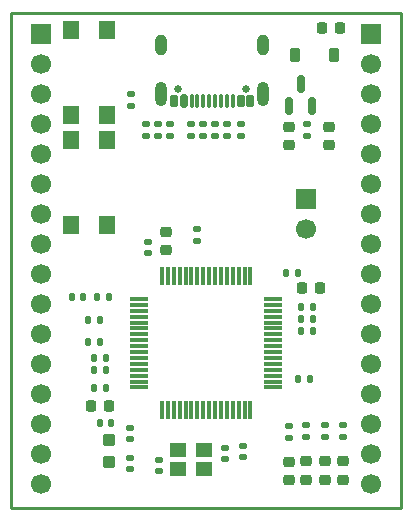
<source format=gbr>
%TF.GenerationSoftware,KiCad,Pcbnew,9.0.0*%
%TF.CreationDate,2025-11-24T16:34:34+00:00*%
%TF.ProjectId,OE PyBoard,4f452050-7942-46f6-9172-642e6b696361,rev?*%
%TF.SameCoordinates,Original*%
%TF.FileFunction,Soldermask,Top*%
%TF.FilePolarity,Negative*%
%FSLAX46Y46*%
G04 Gerber Fmt 4.6, Leading zero omitted, Abs format (unit mm)*
G04 Created by KiCad (PCBNEW 9.0.0) date 2025-11-24 16:34:34*
%MOMM*%
%LPD*%
G01*
G04 APERTURE LIST*
G04 Aperture macros list*
%AMRoundRect*
0 Rectangle with rounded corners*
0 $1 Rounding radius*
0 $2 $3 $4 $5 $6 $7 $8 $9 X,Y pos of 4 corners*
0 Add a 4 corners polygon primitive as box body*
4,1,4,$2,$3,$4,$5,$6,$7,$8,$9,$2,$3,0*
0 Add four circle primitives for the rounded corners*
1,1,$1+$1,$2,$3*
1,1,$1+$1,$4,$5*
1,1,$1+$1,$6,$7*
1,1,$1+$1,$8,$9*
0 Add four rect primitives between the rounded corners*
20,1,$1+$1,$2,$3,$4,$5,0*
20,1,$1+$1,$4,$5,$6,$7,0*
20,1,$1+$1,$6,$7,$8,$9,0*
20,1,$1+$1,$8,$9,$2,$3,0*%
G04 Aperture macros list end*
%ADD10RoundRect,0.218750X0.256250X-0.218750X0.256250X0.218750X-0.256250X0.218750X-0.256250X-0.218750X0*%
%ADD11RoundRect,0.140000X0.170000X-0.140000X0.170000X0.140000X-0.170000X0.140000X-0.170000X-0.140000X0*%
%ADD12RoundRect,0.135000X0.135000X0.185000X-0.135000X0.185000X-0.135000X-0.185000X0.135000X-0.185000X0*%
%ADD13RoundRect,0.140000X-0.170000X0.140000X-0.170000X-0.140000X0.170000X-0.140000X0.170000X0.140000X0*%
%ADD14C,0.650000*%
%ADD15RoundRect,0.150000X0.150000X0.400000X-0.150000X0.400000X-0.150000X-0.400000X0.150000X-0.400000X0*%
%ADD16RoundRect,0.075000X0.075000X0.500000X-0.075000X0.500000X-0.075000X-0.500000X0.075000X-0.500000X0*%
%ADD17RoundRect,0.150000X0.150000X0.425000X-0.150000X0.425000X-0.150000X-0.425000X0.150000X-0.425000X0*%
%ADD18O,1.000000X2.100000*%
%ADD19O,1.000000X1.800000*%
%ADD20RoundRect,0.135000X-0.185000X0.135000X-0.185000X-0.135000X0.185000X-0.135000X0.185000X0.135000X0*%
%ADD21RoundRect,0.250000X-0.300000X0.275000X-0.300000X-0.275000X0.300000X-0.275000X0.300000X0.275000X0*%
%ADD22RoundRect,0.225000X0.250000X-0.225000X0.250000X0.225000X-0.250000X0.225000X-0.250000X-0.225000X0*%
%ADD23RoundRect,0.147500X-0.172500X0.147500X-0.172500X-0.147500X0.172500X-0.147500X0.172500X0.147500X0*%
%ADD24RoundRect,0.135000X-0.135000X-0.185000X0.135000X-0.185000X0.135000X0.185000X-0.135000X0.185000X0*%
%ADD25RoundRect,0.225000X0.225000X0.250000X-0.225000X0.250000X-0.225000X-0.250000X0.225000X-0.250000X0*%
%ADD26R,1.700000X1.700000*%
%ADD27C,1.700000*%
%ADD28RoundRect,0.225000X-0.225000X-0.250000X0.225000X-0.250000X0.225000X0.250000X-0.225000X0.250000X0*%
%ADD29RoundRect,0.135000X0.185000X-0.135000X0.185000X0.135000X-0.185000X0.135000X-0.185000X-0.135000X0*%
%ADD30RoundRect,0.140000X-0.140000X-0.170000X0.140000X-0.170000X0.140000X0.170000X-0.140000X0.170000X0*%
%ADD31RoundRect,0.225000X0.225000X0.375000X-0.225000X0.375000X-0.225000X-0.375000X0.225000X-0.375000X0*%
%ADD32R,1.400000X1.200000*%
%ADD33RoundRect,0.225000X-0.250000X0.225000X-0.250000X-0.225000X0.250000X-0.225000X0.250000X0.225000X0*%
%ADD34R,1.400000X1.600000*%
%ADD35RoundRect,0.140000X0.140000X0.170000X-0.140000X0.170000X-0.140000X-0.170000X0.140000X-0.170000X0*%
%ADD36RoundRect,0.075000X0.075000X-0.700000X0.075000X0.700000X-0.075000X0.700000X-0.075000X-0.700000X0*%
%ADD37RoundRect,0.075000X0.700000X-0.075000X0.700000X0.075000X-0.700000X0.075000X-0.700000X-0.075000X0*%
%ADD38RoundRect,0.150000X0.150000X-0.587500X0.150000X0.587500X-0.150000X0.587500X-0.150000X-0.587500X0*%
%TA.AperFunction,Profile*%
%ADD39C,0.230000*%
%TD*%
G04 APERTURE END LIST*
D10*
%TO.C,D6*%
X153543000Y-133756500D03*
X153543000Y-132181500D03*
%TD*%
D11*
%TO.C,C20*%
X135509000Y-130272000D03*
X135509000Y-129312000D03*
%TD*%
D12*
%TO.C,R14*%
X132968991Y-120197838D03*
X131948991Y-120197838D03*
%TD*%
D13*
%TO.C,C11*%
X138938000Y-103632000D03*
X138938000Y-104592000D03*
%TD*%
D14*
%TO.C,J3*%
X145384000Y-100611000D03*
X139604000Y-100611000D03*
D15*
X145694000Y-101686000D03*
X144894000Y-101686000D03*
D16*
X143744000Y-101686000D03*
X142744000Y-101686000D03*
X142244000Y-101686000D03*
X141244000Y-101686000D03*
D17*
X140094000Y-101686000D03*
D15*
X139294000Y-101686000D03*
X139294000Y-101686000D03*
D17*
X140094000Y-101686000D03*
D16*
X140744000Y-101686000D03*
X141744000Y-101686000D03*
X143244000Y-101686000D03*
X144244000Y-101686000D03*
D15*
X144894000Y-101686000D03*
X145694000Y-101686000D03*
D18*
X146814000Y-101111000D03*
D19*
X146814000Y-96931000D03*
D18*
X138174000Y-101111000D03*
D19*
X138174000Y-96931000D03*
%TD*%
D20*
%TO.C,R4*%
X140716000Y-103592000D03*
X140716000Y-104612000D03*
%TD*%
D21*
%TO.C,X3*%
X133731000Y-130391000D03*
X133731000Y-132241000D03*
%TD*%
D22*
%TO.C,C9*%
X138557000Y-114311000D03*
X138557000Y-112761000D03*
%TD*%
D20*
%TO.C,R6*%
X141224000Y-112518000D03*
X141224000Y-113538000D03*
%TD*%
D12*
%TO.C,R12*%
X151045000Y-120140000D03*
X150025000Y-120140000D03*
%TD*%
D23*
%TO.C,FB2*%
X150495000Y-103655000D03*
X150495000Y-104625000D03*
%TD*%
D24*
%TO.C,R15*%
X150025000Y-121156000D03*
X151045000Y-121156000D03*
%TD*%
D20*
%TO.C,R19*%
X150444200Y-129117000D03*
X150444200Y-130137000D03*
%TD*%
%TO.C,R20*%
X152019000Y-129117000D03*
X152019000Y-130137000D03*
%TD*%
D25*
%TO.C,C15*%
X153340400Y-95504000D03*
X151790400Y-95504000D03*
%TD*%
D10*
%TO.C,D3*%
X148971000Y-133767300D03*
X148971000Y-132192300D03*
%TD*%
D12*
%TO.C,R13*%
X151045000Y-119124000D03*
X150025000Y-119124000D03*
%TD*%
D26*
%TO.C,J6*%
X128016000Y-96012000D03*
D27*
X128016000Y-98552000D03*
X128016000Y-101092000D03*
X128016000Y-103632000D03*
X128016000Y-106172000D03*
X128016000Y-108712000D03*
X128016000Y-111252000D03*
X128016000Y-113792000D03*
X128016000Y-116332000D03*
X128016000Y-118872000D03*
X128016000Y-121412000D03*
X128016000Y-123952000D03*
X128016000Y-126492000D03*
X128016000Y-129032000D03*
X128016000Y-131572000D03*
X128016000Y-134112000D03*
%TD*%
D28*
%TO.C,C8*%
X150101000Y-117473000D03*
X151651000Y-117473000D03*
%TD*%
D20*
%TO.C,R22*%
X153593800Y-129117000D03*
X153593800Y-130137000D03*
%TD*%
D29*
%TO.C,R17*%
X135636000Y-102109000D03*
X135636000Y-101089000D03*
%TD*%
%TO.C,R7*%
X141732000Y-104612000D03*
X141732000Y-103592000D03*
%TD*%
D30*
%TO.C,C4*%
X148785000Y-116203000D03*
X149745000Y-116203000D03*
%TD*%
D26*
%TO.C,JP1*%
X150469600Y-110002400D03*
D27*
X150469600Y-112542400D03*
%TD*%
D31*
%TO.C,D2*%
X152806400Y-97739200D03*
X149506400Y-97739200D03*
%TD*%
D32*
%TO.C,X2*%
X139641400Y-132803800D03*
X141841400Y-132803800D03*
X141841400Y-131203800D03*
X139641400Y-131203800D03*
%TD*%
D33*
%TO.C,C16*%
X152400000Y-103873000D03*
X152400000Y-105423000D03*
%TD*%
D11*
%TO.C,C14*%
X137998200Y-133014600D03*
X137998200Y-132054600D03*
%TD*%
D24*
%TO.C,R11*%
X132499000Y-123442000D03*
X133519000Y-123442000D03*
%TD*%
D10*
%TO.C,D4*%
X150456200Y-133756500D03*
X150456200Y-132181500D03*
%TD*%
D30*
%TO.C,C7*%
X149800000Y-125200000D03*
X150760000Y-125200000D03*
%TD*%
D34*
%TO.C,RST2*%
X133575000Y-104950000D03*
X133575000Y-112150000D03*
X130575000Y-104950000D03*
X130575000Y-112150000D03*
%TD*%
D35*
%TO.C,C22*%
X131544000Y-118237000D03*
X130584000Y-118237000D03*
%TD*%
D25*
%TO.C,C3*%
X133784000Y-127506000D03*
X132234000Y-127506000D03*
%TD*%
D11*
%TO.C,C12*%
X136906000Y-104592000D03*
X136906000Y-103632000D03*
%TD*%
D24*
%TO.C,R21*%
X132713000Y-118237000D03*
X133733000Y-118237000D03*
%TD*%
D13*
%TO.C,C13*%
X143611600Y-131015800D03*
X143611600Y-131975800D03*
%TD*%
D36*
%TO.C,U2*%
X138236000Y-127847000D03*
X138736000Y-127847000D03*
X139236000Y-127847000D03*
X139736000Y-127847000D03*
X140236000Y-127847000D03*
X140736000Y-127847000D03*
X141236000Y-127847000D03*
X141736000Y-127847000D03*
X142236000Y-127847000D03*
X142736000Y-127847000D03*
X143236000Y-127847000D03*
X143736000Y-127847000D03*
X144236000Y-127847000D03*
X144736000Y-127847000D03*
X145236000Y-127847000D03*
X145736000Y-127847000D03*
D37*
X147661000Y-125922000D03*
X147661000Y-125422000D03*
X147661000Y-124922000D03*
X147661000Y-124422000D03*
X147661000Y-123922000D03*
X147661000Y-123422000D03*
X147661000Y-122922000D03*
X147661000Y-122422000D03*
X147661000Y-121922000D03*
X147661000Y-121422000D03*
X147661000Y-120922000D03*
X147661000Y-120422000D03*
X147661000Y-119922000D03*
X147661000Y-119422000D03*
X147661000Y-118922000D03*
X147661000Y-118422000D03*
D36*
X145736000Y-116497000D03*
X145236000Y-116497000D03*
X144736000Y-116497000D03*
X144236000Y-116497000D03*
X143736000Y-116497000D03*
X143236000Y-116497000D03*
X142736000Y-116497000D03*
X142236000Y-116497000D03*
X141736000Y-116497000D03*
X141236000Y-116497000D03*
X140736000Y-116497000D03*
X140236000Y-116497000D03*
X139736000Y-116497000D03*
X139236000Y-116497000D03*
X138736000Y-116497000D03*
X138236000Y-116497000D03*
D37*
X136311000Y-118422000D03*
X136311000Y-118922000D03*
X136311000Y-119422000D03*
X136311000Y-119922000D03*
X136311000Y-120422000D03*
X136311000Y-120922000D03*
X136311000Y-121422000D03*
X136311000Y-121922000D03*
X136311000Y-122422000D03*
X136311000Y-122922000D03*
X136311000Y-123422000D03*
X136311000Y-123922000D03*
X136311000Y-124422000D03*
X136311000Y-124922000D03*
X136311000Y-125422000D03*
X136311000Y-125922000D03*
%TD*%
D12*
%TO.C,R8*%
X133519000Y-124458000D03*
X132499000Y-124458000D03*
%TD*%
D29*
%TO.C,R9*%
X137922000Y-104622000D03*
X137922000Y-103602000D03*
%TD*%
D22*
%TO.C,C17*%
X148971000Y-105423000D03*
X148971000Y-103873000D03*
%TD*%
D20*
%TO.C,R3*%
X143764000Y-103592000D03*
X143764000Y-104612000D03*
%TD*%
D26*
%TO.C,J7*%
X155956000Y-96012000D03*
D27*
X155956000Y-98552000D03*
X155956000Y-101092000D03*
X155956000Y-103632000D03*
X155956000Y-106172000D03*
X155956000Y-108712000D03*
X155956000Y-111252000D03*
X155956000Y-113792000D03*
X155956000Y-116332000D03*
X155956000Y-118872000D03*
X155956000Y-121412000D03*
X155956000Y-123952000D03*
X155956000Y-126492000D03*
X155956000Y-129032000D03*
X155956000Y-131572000D03*
X155956000Y-134112000D03*
%TD*%
D24*
%TO.C,R10*%
X131951000Y-122045000D03*
X132971000Y-122045000D03*
%TD*%
D38*
%TO.C,U3*%
X149026800Y-102108000D03*
X150926800Y-102108000D03*
X149976800Y-100233000D03*
%TD*%
D10*
%TO.C,D5*%
X152019000Y-133756500D03*
X152019000Y-132181500D03*
%TD*%
D34*
%TO.C,USR2*%
X133575000Y-95625000D03*
X133575000Y-102825000D03*
X130575000Y-95625000D03*
X130575000Y-102825000D03*
%TD*%
D29*
%TO.C,R2*%
X144907000Y-104612000D03*
X144907000Y-103592000D03*
%TD*%
D35*
%TO.C,C6*%
X133489000Y-125982000D03*
X132529000Y-125982000D03*
%TD*%
D13*
%TO.C,C18*%
X145135600Y-130863400D03*
X145135600Y-131823400D03*
%TD*%
D20*
%TO.C,R18*%
X148971000Y-129159000D03*
X148971000Y-130179000D03*
%TD*%
D35*
%TO.C,C10*%
X133957000Y-128903000D03*
X132997000Y-128903000D03*
%TD*%
D13*
%TO.C,C19*%
X135509000Y-131852000D03*
X135509000Y-132812000D03*
%TD*%
D29*
%TO.C,R5*%
X142748000Y-104612000D03*
X142748000Y-103592000D03*
%TD*%
D11*
%TO.C,C5*%
X137033000Y-114524000D03*
X137033000Y-113564000D03*
%TD*%
D39*
X125476000Y-94232000D02*
X158496000Y-94232000D01*
X158496000Y-136142000D01*
X125476000Y-136142000D01*
X125476000Y-94232000D01*
M02*

</source>
